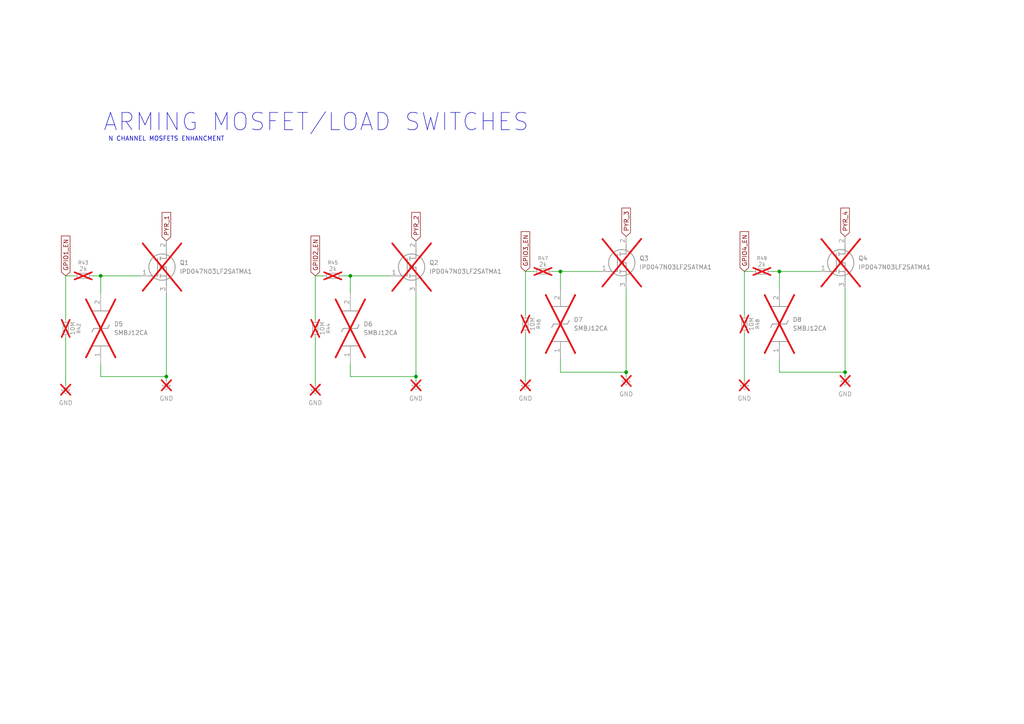
<source format=kicad_sch>
(kicad_sch (version 20250114) (generator "eeschema") (generator_version "9.0")
  (paper "A4")
  (lib_symbols
    (symbol "Device:R_Small" (pin_numbers (hide yes)) (pin_names (offset 0.254) (hide yes))
      (property "Reference" "R" (at 0 0 90))
      (property "Value" "R_Small" (at 1.778 0 90))
      (symbol "R_Small_0_1"
        (rectangle (start -0.762 1.778) (end 0.762 -1.778) (stroke (width 0.2032)))
      )
      (symbol "R_Small_1_1"
        (pin passive line (at 0 2.54 270) (length 0.762) (name "~") (number "1"))
        (pin passive line (at 0 -2.54 90) (length 0.762) (name "~") (number "2"))
      )
    )
    (symbol "power:GND1" (power) (pin_numbers (hide yes)) (pin_names (offset 0) (hide yes))
      (property "Value" "GND1" (at 0 -3.81 0))
      (symbol "GND1_0_1"
        (polyline (pts (xy 0 0) (xy 0 -1.27) (xy 1.27 -1.27) (xy 0 -2.54) (xy -1.27 -1.27) (xy 0 -1.27)))
      )
      (symbol "GND1_1_1"
        (pin power_in line (at 0 0 270) (length 0) (name "~") (number "1"))
      )
    )
    (symbol "samac_sys:IPD047N03LF2SATMA1" (pin_names (hide yes))
      (property "Reference" "Q" (at 11.43 3.81 0))
      (property "Value" "IPD047N03LF2SATMA1" (at 11.43 1.27 0))
      (symbol "IPD047N03LF2SATMA1_1_1"
        (polyline (pts (xy 2.54 0) (xy 5.08 0)) (stroke (width 0.254)))
        (polyline (pts (xy 5.08 5.08) (xy 5.08 0)) (stroke (width 0.254)))
        (polyline (pts (xy 5.842 5.588) (xy 5.842 4.572)) (stroke (width 0.254)))
        (polyline (pts (xy 5.842 2.54) (xy 6.858 3.048) (xy 6.858 2.032) (xy 5.842 2.54)) (stroke (width 0.254)) (fill (type outline)))
        (polyline (pts (xy 5.842 2.032) (xy 5.842 3.048)) (stroke (width 0.254)))
        (polyline (pts (xy 5.842 0) (xy 7.62 0)) (stroke (width 0.254)))
        (polyline (pts (xy 5.842 -0.508) (xy 5.842 0.508)) (stroke (width 0.254)))
        (circle (center 6.35 2.54) (radius 3.81) (stroke (width 0.254)))
        (polyline (pts (xy 7.62 5.08) (xy 5.842 5.08)) (stroke (width 0.254)))
        (polyline (pts (xy 7.62 5.08) (xy 7.62 7.62)) (stroke (width 0.254)))
        (polyline (pts (xy 7.62 2.54) (xy 5.842 2.54)) (stroke (width 0.254)))
        (polyline (pts (xy 7.62 2.54) (xy 7.62 -2.54)) (stroke (width 0.254)))
        (pin passive line (at 0 0 0) (length 2.54) (name "G") (number "1"))
        (pin passive line (at 7.62 10.16 270) (length 2.54) (name "D") (number "2"))
        (pin passive line (at 7.62 -5.08 90) (length 2.54) (name "S") (number "3"))
      )
    )
    (symbol "samac_sys:SMBJ12CA" (pin_names (hide yes))
      (property "Reference" "D" (at 12.7 8.89 0))
      (property "Value" "SMBJ12CA" (at 12.7 6.35 0))
      (symbol "SMBJ12CA_1_1"
        (polyline (pts (xy 5.08 2.54) (xy 5.08 -2.54)) (stroke (width 0.254)))
        (polyline (pts (xy 5.08 2.54) (xy 10.16 0)) (stroke (width 0.254)))
        (polyline (pts (xy 9.144 2.54) (xy 10.16 2.032)) (stroke (width 0.254)))
        (polyline (pts (xy 10.16 0) (xy 5.08 -2.54)) (stroke (width 0.254)))
        (polyline (pts (xy 10.16 0) (xy 15.24 -2.54)) (stroke (width 0.254)))
        (polyline (pts (xy 10.16 -2.032) (xy 10.16 2.032)) (stroke (width 0.254)))
        (polyline (pts (xy 10.16 -2.032) (xy 11.176 -2.54)) (stroke (width 0.254)))
        (polyline (pts (xy 15.24 2.54) (xy 10.16 0)) (stroke (width 0.254)))
        (polyline (pts (xy 15.24 2.54) (xy 15.24 -2.54)) (stroke (width 0.254)))
        (pin passive line (at 0 0 0) (length 5.08) (name "1") (number "1"))
        (pin passive line (at 20.32 0 180) (length 5.08) (name "2") (number "2"))
      )
    )
  )
  (text "ARMING MOSFET/LOAD SWITCHES" (at 91.694 35.56 0) (effects (font (size 5 5))))
  (text "N CHANNEL MOSFETS ENHANCMENT" (at 48.26 40.386 0) (effects (font (size 1.27 1.27))))
  (junction (at 101.6 80.01))
  (junction (at 120.65 109.22))
  (junction (at 162.56 78.74))
  (junction (at 181.61 107.95))
  (junction (at 29.21 80.01))
  (junction (at 48.26 109.22))
  (junction (at 245.11 107.95))
  (junction (at 226.06 78.74))
  (wire (pts (xy 19.05 92.71) (xy 19.05 80.01)))
  (wire (pts (xy 101.6 80.01) (xy 101.6 85.09)))
  (wire (pts (xy 152.4 91.44) (xy 152.4 78.74)))
  (wire (pts (xy 215.9 96.52) (xy 215.9 110.49)))
  (wire (pts (xy 226.06 107.95) (xy 245.11 107.95)))
  (wire (pts (xy 48.26 109.22) (xy 48.26 110.49)))
  (wire (pts (xy 215.9 91.44) (xy 215.9 78.74)))
  (wire (pts (xy 226.06 78.74) (xy 237.49 78.74)))
  (wire (pts (xy 120.65 109.22) (xy 120.65 110.49)))
  (wire (pts (xy 152.4 78.74) (xy 154.94 78.74)))
  (wire (pts (xy 48.26 85.09) (xy 48.26 109.22)))
  (wire (pts (xy 99.06 80.01) (xy 101.6 80.01)))
  (wire (pts (xy 91.44 92.71) (xy 91.44 80.01)))
  (wire (pts (xy 101.6 105.41) (xy 101.6 109.22)))
  (wire (pts (xy 19.05 97.79) (xy 19.05 111.76)))
  (wire (pts (xy 29.21 109.22) (xy 48.26 109.22)))
  (wire (pts (xy 245.11 83.82) (xy 245.11 107.95)))
  (wire (pts (xy 26.67 80.01) (xy 29.21 80.01)))
  (wire (pts (xy 160.02 78.74) (xy 162.56 78.74)))
  (wire (pts (xy 215.9 78.74) (xy 218.44 78.74)))
  (wire (pts (xy 91.44 80.01) (xy 93.98 80.01)))
  (wire (pts (xy 152.4 96.52) (xy 152.4 110.49)))
  (wire (pts (xy 245.11 107.95) (xy 245.11 109.22)))
  (wire (pts (xy 162.56 78.74) (xy 162.56 83.82)))
  (wire (pts (xy 91.44 97.79) (xy 91.44 111.76)))
  (wire (pts (xy 223.52 78.74) (xy 226.06 78.74)))
  (wire (pts (xy 101.6 109.22) (xy 120.65 109.22)))
  (wire (pts (xy 29.21 105.41) (xy 29.21 109.22)))
  (wire (pts (xy 29.21 80.01) (xy 40.64 80.01)))
  (wire (pts (xy 162.56 78.74) (xy 173.99 78.74)))
  (wire (pts (xy 101.6 80.01) (xy 113.03 80.01)))
  (wire (pts (xy 19.05 80.01) (xy 21.59 80.01)))
  (wire (pts (xy 181.61 107.95) (xy 181.61 109.22)))
  (wire (pts (xy 120.65 85.09) (xy 120.65 109.22)))
  (wire (pts (xy 181.61 83.82) (xy 181.61 107.95)))
  (wire (pts (xy 226.06 78.74) (xy 226.06 83.82)))
  (wire (pts (xy 226.06 104.14) (xy 226.06 107.95)))
  (wire (pts (xy 29.21 80.01) (xy 29.21 85.09)))
  (wire (pts (xy 162.56 107.95) (xy 181.61 107.95)))
  (wire (pts (xy 162.56 104.14) (xy 162.56 107.95)))
  (global_label "PYR_4" (shape input) (at 245.11 68.58 90) (property "Intersheetrefs" "${INTERSHEET_REFS}" (effects (hide yes))))
  (global_label "GPIO3_EN" (shape input) (at 152.4 78.74 90) (property "Intersheetrefs" "${INTERSHEET_REFS}" (effects (hide yes))))
  (global_label "GPIO1_EN" (shape input) (at 19.05 80.01 90) (property "Intersheetrefs" "${INTERSHEET_REFS}" (effects (hide yes))))
  (global_label "GPIO4_EN" (shape input) (at 215.9 78.74 90) (property "Intersheetrefs" "${INTERSHEET_REFS}" (effects (hide yes))))
  (global_label "PYR_1" (shape input) (at 48.26 69.85 90) (property "Intersheetrefs" "${INTERSHEET_REFS}" (effects (hide yes))))
  (global_label "GPIO2_EN" (shape input) (at 91.44 80.01 90) (property "Intersheetrefs" "${INTERSHEET_REFS}" (effects (hide yes))))
  (global_label "PYR_2" (shape input) (at 120.65 69.85 90) (property "Intersheetrefs" "${INTERSHEET_REFS}" (effects (hide yes))))
  (global_label "PYR_3" (shape input) (at 181.61 68.58 90) (property "Intersheetrefs" "${INTERSHEET_REFS}" (effects (hide yes))))
  (symbol (lib_id "power:GND1") (at 215.9 110.49 0) (unit 1) (in_bom no) (on_board no) (dnp yes)
    (property "Reference" "#PWR086" (effects (hide yes)))
    (property "Value" "GND" (at 215.9 115.57 0))
    (property "Description" "Power symbol creates a global label with name \"GND1\" , ground" (effects (hide yes)))
  )
  (symbol (lib_id "power:GND1") (at 181.61 109.22 0) (unit 1) (in_bom no) (on_board no) (dnp yes)
    (property "Reference" "#PWR085" (effects (hide yes)))
    (property "Value" "GND" (at 181.61 114.3 0))
    (property "Description" "Power symbol creates a global label with name \"GND1\" , ground" (effects (hide yes)))
  )
  (symbol (lib_id "Device:R_Small") (at 157.48 78.74 270) (unit 1) (in_bom no) (on_board no) (dnp yes)
    (property "Reference" "R47" (at 157.48 74.93 90) (effects (font (size 1.016 1.016))))
    (property "Value" "2k" (at 157.48 76.708 90))
    (property "Footprint" "Resistor_SMD:R_0603_1608Metric" (effects (hide yes)))
    (property "Description" "Resistor, small symbol" (effects (hide yes)))
  )
  (symbol (lib_id "samac_sys:IPD047N03LF2SATMA1") (at 173.99 78.74 0) (unit 1) (in_bom no) (on_board no) (dnp yes)
    (property "Reference" "Q3" (at 185.42 74.9299 0) (effects (justify left)))
    (property "Value" "IPD047N03LF2SATMA1" (at 185.42 77.4699 0) (effects (justify left)))
    (property "Footprint" "SamacSys_Parts:IPD047N03LF2SATMA1" (effects (hide yes)))
    (property "Datasheet" "https://www.infineon.com/cms/en/product/power/mosfet/n-channel/ipd047n03lf2s/" (effects (hide yes)))
    (property "Description" "N-Channel 30 V 71A (Tc) 65W (Tc) Surface Mount PG-TO252-3" (effects (hide yes)))
    (property "Height" "2.52" (effects (hide yes)))
    (property "Mouser Part Number" "726-IPD047N03LF2SATM" (effects (hide yes)))
    (property "Mouser Price/Stock" "https://www.mouser.co.uk/ProductDetail/Infineon-Technologies/IPD047N03LF2SATMA1?qs=3vio67wFuYq5Cj1%2F9iYlBQ%3D%3D" (effects (hide yes)))
    (property "Manufacturer_Name" "Infineon" (effects (hide yes)))
    (property "Manufacturer_Part_Number" "IPD047N03LF2SATMA1" (effects (hide yes)))
  )
  (symbol (lib_id "Device:R_Small") (at 220.98 78.74 270) (unit 1) (in_bom no) (on_board no) (dnp yes)
    (property "Reference" "R49" (at 220.98 74.93 90) (effects (font (size 1.016 1.016))))
    (property "Value" "2k" (at 220.98 76.708 90))
    (property "Footprint" "Resistor_SMD:R_0603_1608Metric" (effects (hide yes)))
    (property "Description" "Resistor, small symbol" (effects (hide yes)))
  )
  (symbol (lib_id "power:GND1") (at 48.26 110.49 0) (unit 1) (in_bom no) (on_board no) (dnp yes)
    (property "Reference" "#PWR081" (effects (hide yes)))
    (property "Value" "GND" (at 48.26 115.57 0))
    (property "Description" "Power symbol creates a global label with name \"GND1\" , ground" (effects (hide yes)))
  )
  (symbol (lib_id "samac_sys:SMBJ12CA") (at 226.06 104.14 90) (unit 1) (in_bom no) (on_board no) (dnp yes)
    (property "Reference" "D8" (at 229.87 92.7099 90) (effects (justify right)))
    (property "Value" "SMBJ12CA" (at 229.87 95.2499 90) (effects (justify right)))
    (property "Footprint" "SamacSys_Parts:DIONM5436X244N" (effects (hide yes)))
    (property "Description" "ESD Suppressors / TVS Diodes 12V 800W Bidir TransZorb 5% Tol" (effects (hide yes)))
    (property "Height" "2.44" (effects (hide yes)))
    (property "Mouser Part Number" "78-SMBJ12CA" (effects (hide yes)))
    (property "Mouser Price/Stock" "https://www.mouser.co.uk/ProductDetail/Vishay-General-Semiconductor/SMBJ12CA?qs=%252BA9HMDDz5KaELJY%2F7%252BDUwA%3D%3D" (effects (hide yes)))
    (property "Manufacturer_Name" "Vishay" (effects (hide yes)))
    (property "Manufacturer_Part_Number" "SMBJ12CA" (effects (hide yes)))
  )
  (symbol (lib_id "samac_sys:SMBJ12CA") (at 101.6 105.41 90) (unit 1) (in_bom no) (on_board no) (dnp yes)
    (property "Reference" "D6" (at 105.41 93.9799 90) (effects (justify right)))
    (property "Value" "SMBJ12CA" (at 105.41 96.5199 90) (effects (justify right)))
    (property "Footprint" "SamacSys_Parts:DIONM5436X244N" (effects (hide yes)))
    (property "Description" "ESD Suppressors / TVS Diodes 12V 800W Bidir TransZorb 5% Tol" (effects (hide yes)))
    (property "Height" "2.44" (effects (hide yes)))
    (property "Mouser Part Number" "78-SMBJ12CA" (effects (hide yes)))
    (property "Mouser Price/Stock" "https://www.mouser.co.uk/ProductDetail/Vishay-General-Semiconductor/SMBJ12CA?qs=%252BA9HMDDz5KaELJY%2F7%252BDUwA%3D%3D" (effects (hide yes)))
    (property "Manufacturer_Name" "Vishay" (effects (hide yes)))
    (property "Manufacturer_Part_Number" "SMBJ12CA" (effects (hide yes)))
  )
  (symbol (lib_id "power:GND1") (at 91.44 111.76 0) (unit 1) (in_bom no) (on_board no) (dnp yes)
    (property "Reference" "#PWR082" (effects (hide yes)))
    (property "Value" "GND" (at 91.44 116.84 0))
    (property "Description" "Power symbol creates a global label with name \"GND1\" , ground" (effects (hide yes)))
  )
  (symbol (lib_id "samac_sys:IPD047N03LF2SATMA1") (at 40.64 80.01 0) (unit 1) (in_bom no) (on_board no) (dnp yes)
    (property "Reference" "Q1" (at 52.07 76.1999 0) (effects (justify left)))
    (property "Value" "IPD047N03LF2SATMA1" (at 52.07 78.7399 0) (effects (justify left)))
    (property "Footprint" "SamacSys_Parts:IPD047N03LF2SATMA1" (effects (hide yes)))
    (property "Datasheet" "https://www.infineon.com/cms/en/product/power/mosfet/n-channel/ipd047n03lf2s/" (effects (hide yes)))
    (property "Description" "N-Channel 30 V 71A (Tc) 65W (Tc) Surface Mount PG-TO252-3" (effects (hide yes)))
    (property "Height" "2.52" (effects (hide yes)))
    (property "Mouser Part Number" "726-IPD047N03LF2SATM" (effects (hide yes)))
    (property "Mouser Price/Stock" "https://www.mouser.co.uk/ProductDetail/Infineon-Technologies/IPD047N03LF2SATMA1?qs=3vio67wFuYq5Cj1%2F9iYlBQ%3D%3D" (effects (hide yes)))
    (property "Manufacturer_Name" "Infineon" (effects (hide yes)))
    (property "Manufacturer_Part_Number" "IPD047N03LF2SATMA1" (effects (hide yes)))
  )
  (symbol (lib_id "Device:R_Small") (at 91.44 95.25 180) (unit 1) (in_bom no) (on_board no) (dnp yes)
    (property "Reference" "R44" (at 95.25 95.25 90) (effects (font (size 1.016 1.016))))
    (property "Value" "10M" (at 93.472 95.25 90))
    (property "Footprint" "Resistor_SMD:R_0603_1608Metric" (effects (hide yes)))
    (property "Description" "Resistor, small symbol" (effects (hide yes)))
  )
  (symbol (lib_id "power:GND1") (at 245.11 109.22 0) (unit 1) (in_bom no) (on_board no) (dnp yes)
    (property "Reference" "#PWR087" (effects (hide yes)))
    (property "Value" "GND" (at 245.11 114.3 0))
    (property "Description" "Power symbol creates a global label with name \"GND1\" , ground" (effects (hide yes)))
  )
  (symbol (lib_id "samac_sys:IPD047N03LF2SATMA1") (at 113.03 80.01 0) (unit 1) (in_bom no) (on_board no) (dnp yes)
    (property "Reference" "Q2" (at 124.46 76.1999 0) (effects (justify left)))
    (property "Value" "IPD047N03LF2SATMA1" (at 124.46 78.7399 0) (effects (justify left)))
    (property "Footprint" "SamacSys_Parts:IPD047N03LF2SATMA1" (effects (hide yes)))
    (property "Datasheet" "https://www.infineon.com/cms/en/product/power/mosfet/n-channel/ipd047n03lf2s/" (effects (hide yes)))
    (property "Description" "N-Channel 30 V 71A (Tc) 65W (Tc) Surface Mount PG-TO252-3" (effects (hide yes)))
    (property "Height" "2.52" (effects (hide yes)))
    (property "Mouser Part Number" "726-IPD047N03LF2SATM" (effects (hide yes)))
    (property "Mouser Price/Stock" "https://www.mouser.co.uk/ProductDetail/Infineon-Technologies/IPD047N03LF2SATMA1?qs=3vio67wFuYq5Cj1%2F9iYlBQ%3D%3D" (effects (hide yes)))
    (property "Manufacturer_Name" "Infineon" (effects (hide yes)))
    (property "Manufacturer_Part_Number" "IPD047N03LF2SATMA1" (effects (hide yes)))
  )
  (symbol (lib_id "power:GND1") (at 152.4 110.49 0) (unit 1) (in_bom no) (on_board no) (dnp yes)
    (property "Reference" "#PWR084" (effects (hide yes)))
    (property "Value" "GND" (at 152.4 115.57 0))
    (property "Description" "Power symbol creates a global label with name \"GND1\" , ground" (effects (hide yes)))
  )
  (symbol (lib_id "samac_sys:IPD047N03LF2SATMA1") (at 237.49 78.74 0) (unit 1) (in_bom no) (on_board no) (dnp yes)
    (property "Reference" "Q4" (at 248.92 74.9299 0) (effects (justify left)))
    (property "Value" "IPD047N03LF2SATMA1" (at 248.92 77.4699 0) (effects (justify left)))
    (property "Footprint" "SamacSys_Parts:IPD047N03LF2SATMA1" (effects (hide yes)))
    (property "Datasheet" "https://www.infineon.com/cms/en/product/power/mosfet/n-channel/ipd047n03lf2s/" (effects (hide yes)))
    (property "Description" "N-Channel 30 V 71A (Tc) 65W (Tc) Surface Mount PG-TO252-3" (effects (hide yes)))
    (property "Height" "2.52" (effects (hide yes)))
    (property "Mouser Part Number" "726-IPD047N03LF2SATM" (effects (hide yes)))
    (property "Mouser Price/Stock" "https://www.mouser.co.uk/ProductDetail/Infineon-Technologies/IPD047N03LF2SATMA1?qs=3vio67wFuYq5Cj1%2F9iYlBQ%3D%3D" (effects (hide yes)))
    (property "Manufacturer_Name" "Infineon" (effects (hide yes)))
    (property "Manufacturer_Part_Number" "IPD047N03LF2SATMA1" (effects (hide yes)))
  )
  (symbol (lib_id "samac_sys:SMBJ12CA") (at 29.21 105.41 90) (unit 1) (in_bom no) (on_board no) (dnp yes)
    (property "Reference" "D5" (at 33.02 93.9799 90) (effects (justify right)))
    (property "Value" "SMBJ12CA" (at 33.02 96.5199 90) (effects (justify right)))
    (property "Footprint" "SamacSys_Parts:DIONM5436X244N" (effects (hide yes)))
    (property "Description" "ESD Suppressors / TVS Diodes 12V 800W Bidir TransZorb 5% Tol" (effects (hide yes)))
    (property "Height" "2.44" (effects (hide yes)))
    (property "Mouser Part Number" "78-SMBJ12CA" (effects (hide yes)))
    (property "Mouser Price/Stock" "https://www.mouser.co.uk/ProductDetail/Vishay-General-Semiconductor/SMBJ12CA?qs=%252BA9HMDDz5KaELJY%2F7%252BDUwA%3D%3D" (effects (hide yes)))
    (property "Manufacturer_Name" "Vishay" (effects (hide yes)))
    (property "Manufacturer_Part_Number" "SMBJ12CA" (effects (hide yes)))
  )
  (symbol (lib_id "Device:R_Small") (at 152.4 93.98 180) (unit 1) (in_bom no) (on_board no) (dnp yes)
    (property "Reference" "R46" (at 156.21 93.98 90) (effects (font (size 1.016 1.016))))
    (property "Value" "10M" (at 154.432 93.98 90))
    (property "Footprint" "Resistor_SMD:R_0603_1608Metric" (effects (hide yes)))
    (property "Description" "Resistor, small symbol" (effects (hide yes)))
  )
  (symbol (lib_id "Device:R_Small") (at 19.05 95.25 180) (unit 1) (in_bom no) (on_board no) (dnp yes)
    (property "Reference" "R42" (at 22.86 95.25 90) (effects (font (size 1.016 1.016))))
    (property "Value" "10M" (at 21.082 95.25 90))
    (property "Footprint" "Resistor_SMD:R_0603_1608Metric" (effects (hide yes)))
    (property "Description" "Resistor, small symbol" (effects (hide yes)))
  )
  (symbol (lib_id "power:GND1") (at 19.05 111.76 0) (unit 1) (in_bom no) (on_board no) (dnp yes)
    (property "Reference" "#PWR080" (effects (hide yes)))
    (property "Value" "GND" (at 19.05 116.84 0))
    (property "Description" "Power symbol creates a global label with name \"GND1\" , ground" (effects (hide yes)))
  )
  (symbol (lib_id "samac_sys:SMBJ12CA") (at 162.56 104.14 90) (unit 1) (in_bom no) (on_board no) (dnp yes)
    (property "Reference" "D7" (at 166.37 92.7099 90) (effects (justify right)))
    (property "Value" "SMBJ12CA" (at 166.37 95.2499 90) (effects (justify right)))
    (property "Footprint" "SamacSys_Parts:DIONM5436X244N" (effects (hide yes)))
    (property "Description" "ESD Suppressors / TVS Diodes 12V 800W Bidir TransZorb 5% Tol" (effects (hide yes)))
    (property "Height" "2.44" (effects (hide yes)))
    (property "Mouser Part Number" "78-SMBJ12CA" (effects (hide yes)))
    (property "Mouser Price/Stock" "https://www.mouser.co.uk/ProductDetail/Vishay-General-Semiconductor/SMBJ12CA?qs=%252BA9HMDDz5KaELJY%2F7%252BDUwA%3D%3D" (effects (hide yes)))
    (property "Manufacturer_Name" "Vishay" (effects (hide yes)))
    (property "Manufacturer_Part_Number" "SMBJ12CA" (effects (hide yes)))
  )
  (symbol (lib_id "Device:R_Small") (at 24.13 80.01 270) (unit 1) (in_bom no) (on_board no) (dnp yes)
    (property "Reference" "R43" (at 24.13 76.2 90) (effects (font (size 1.016 1.016))))
    (property "Value" "2k" (at 24.13 77.978 90))
    (property "Footprint" "Resistor_SMD:R_0603_1608Metric" (effects (hide yes)))
    (property "Description" "Resistor, small symbol" (effects (hide yes)))
  )
  (symbol (lib_id "power:GND1") (at 120.65 110.49 0) (unit 1) (in_bom no) (on_board no) (dnp yes)
    (property "Reference" "#PWR083" (effects (hide yes)))
    (property "Value" "GND" (at 120.65 115.57 0))
    (property "Description" "Power symbol creates a global label with name \"GND1\" , ground" (effects (hide yes)))
  )
  (symbol (lib_id "Device:R_Small") (at 96.52 80.01 270) (unit 1) (in_bom no) (on_board no) (dnp yes)
    (property "Reference" "R45" (at 96.52 76.2 90) (effects (font (size 1.016 1.016))))
    (property "Value" "2k" (at 96.52 77.978 90))
    (property "Footprint" "Resistor_SMD:R_0603_1608Metric" (effects (hide yes)))
    (property "Description" "Resistor, small symbol" (effects (hide yes)))
  )
  (symbol (lib_id "Device:R_Small") (at 215.9 93.98 180) (unit 1) (in_bom no) (on_board no) (dnp yes)
    (property "Reference" "R48" (at 219.71 93.98 90) (effects (font (size 1.016 1.016))))
    (property "Value" "10M" (at 217.932 93.98 90))
    (property "Footprint" "Resistor_SMD:R_0603_1608Metric" (effects (hide yes)))
    (property "Description" "Resistor, small symbol" (effects (hide yes)))
  )
)
</source>
